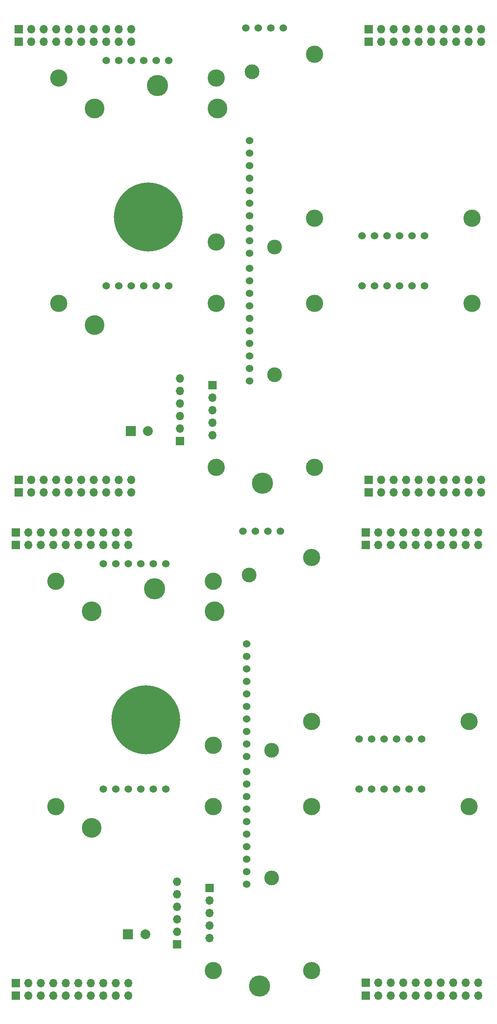
<source format=gbr>
%TF.GenerationSoftware,KiCad,Pcbnew,6.0.7-f9a2dced07~116~ubuntu20.04.1*%
%TF.CreationDate,2022-11-23T13:07:14+01:00*%
%TF.ProjectId,board,626f6172-642e-46b6-9963-61645f706362,rev?*%
%TF.SameCoordinates,Original*%
%TF.FileFunction,Soldermask,Top*%
%TF.FilePolarity,Negative*%
%FSLAX46Y46*%
G04 Gerber Fmt 4.6, Leading zero omitted, Abs format (unit mm)*
G04 Created by KiCad (PCBNEW 6.0.7-f9a2dced07~116~ubuntu20.04.1) date 2022-11-23 13:07:14*
%MOMM*%
%LPD*%
G01*
G04 APERTURE LIST*
%ADD10C,1.524000*%
%ADD11C,3.500000*%
%ADD12O,1.700000X1.700000*%
%ADD13R,1.700000X1.700000*%
%ADD14C,2.000000*%
%ADD15R,2.000000X2.000000*%
%ADD16C,3.000000*%
%ADD17C,14.000000*%
%ADD18C,4.000000*%
%ADD19C,4.300000*%
G04 APERTURE END LIST*
D10*
%TO.C,AFE3*%
X291390000Y-34876000D03*
X288850000Y-34876000D03*
X286310000Y-34876000D03*
X283770000Y-34876000D03*
X281230000Y-34876000D03*
X278690000Y-34876000D03*
D11*
X301042000Y-71706000D03*
X269038000Y-38432000D03*
X301042000Y-38432000D03*
%TD*%
D10*
%TO.C,AFE1*%
X330633000Y-70436000D03*
X333173000Y-70436000D03*
X335713000Y-70436000D03*
X338253000Y-70436000D03*
X340793000Y-70436000D03*
X343333000Y-70436000D03*
D11*
X320981000Y-33606000D03*
X320981000Y-66880000D03*
X352985000Y-66880000D03*
%TD*%
D12*
%TO.C,J24*%
X283770000Y-122506000D03*
X281230000Y-122506000D03*
X278690000Y-122506000D03*
X276150000Y-122506000D03*
X273610000Y-122506000D03*
X271070000Y-122506000D03*
X268530000Y-122506000D03*
X265990000Y-122506000D03*
X263450000Y-122506000D03*
D13*
X260910000Y-122506000D03*
%TD*%
D14*
%TO.C,C15*%
X287176323Y-110060000D03*
D15*
X283676323Y-110060000D03*
%TD*%
D13*
%TO.C,J22*%
X260350000Y-130556000D03*
D12*
X262890000Y-130556000D03*
X265430000Y-130556000D03*
X267970000Y-130556000D03*
X270510000Y-130556000D03*
X273050000Y-130556000D03*
X275590000Y-130556000D03*
X278130000Y-130556000D03*
X280670000Y-130556000D03*
X283210000Y-130556000D03*
%TD*%
D10*
%TO.C,AFE2*%
X343333000Y-80596000D03*
X340793000Y-80596000D03*
X338253000Y-80596000D03*
X335713000Y-80596000D03*
X333173000Y-80596000D03*
X330633000Y-80596000D03*
D11*
X320981000Y-84152000D03*
X320981000Y-117426000D03*
X352985000Y-84152000D03*
%TD*%
D16*
%TO.C,U11*%
X312301000Y-200660000D03*
D10*
X307221000Y-201930000D03*
X307221000Y-199390000D03*
X307221000Y-196850000D03*
X307221000Y-194310000D03*
X307221000Y-191770000D03*
X307221000Y-189230000D03*
X307221000Y-186690000D03*
X307221000Y-184150000D03*
X307221000Y-181610000D03*
X307221000Y-179070000D03*
%TD*%
D12*
%TO.C,J23*%
X354890000Y-122506000D03*
X352350000Y-122506000D03*
X349810000Y-122506000D03*
X347270000Y-122506000D03*
X344730000Y-122506000D03*
X342190000Y-122506000D03*
X339650000Y-122506000D03*
X337110000Y-122506000D03*
X334570000Y-122506000D03*
D13*
X332030000Y-122506000D03*
%TD*%
D12*
%TO.C,J21*%
X354890000Y-28526000D03*
X352350000Y-28526000D03*
X349810000Y-28526000D03*
X347270000Y-28526000D03*
X344730000Y-28526000D03*
X342190000Y-28526000D03*
X339650000Y-28526000D03*
X337110000Y-28526000D03*
X334570000Y-28526000D03*
D13*
X332030000Y-28526000D03*
%TD*%
%TO.C,J23*%
X331470000Y-224536000D03*
D12*
X334010000Y-224536000D03*
X336550000Y-224536000D03*
X339090000Y-224536000D03*
X341630000Y-224536000D03*
X344170000Y-224536000D03*
X346710000Y-224536000D03*
X349250000Y-224536000D03*
X351790000Y-224536000D03*
X354330000Y-224536000D03*
%TD*%
%TO.C,J3*%
X354890000Y-31066000D03*
X352350000Y-31066000D03*
X349810000Y-31066000D03*
X347270000Y-31066000D03*
X344730000Y-31066000D03*
X342190000Y-31066000D03*
X339650000Y-31066000D03*
X337110000Y-31066000D03*
X334570000Y-31066000D03*
D13*
X332030000Y-31066000D03*
%TD*%
D11*
%TO.C,AFE3*%
X300482000Y-140462000D03*
X268478000Y-140462000D03*
X300482000Y-173736000D03*
D10*
X278130000Y-136906000D03*
X280670000Y-136906000D03*
X283210000Y-136906000D03*
X285750000Y-136906000D03*
X288290000Y-136906000D03*
X290830000Y-136906000D03*
%TD*%
%TO.C,U11*%
X307781000Y-77040000D03*
X307781000Y-79580000D03*
X307781000Y-82120000D03*
X307781000Y-84660000D03*
X307781000Y-87200000D03*
X307781000Y-89740000D03*
X307781000Y-92280000D03*
X307781000Y-94820000D03*
X307781000Y-97360000D03*
X307781000Y-99900000D03*
D16*
X312861000Y-98630000D03*
%TD*%
D10*
%TO.C,U10*%
X314631000Y-28272000D03*
X312091000Y-28272000D03*
X309551000Y-28272000D03*
X307011000Y-28272000D03*
D16*
X308281000Y-37162000D03*
%TD*%
D17*
%TO.C,U12*%
X287274000Y-66548000D03*
D18*
X276274000Y-88548000D03*
X301274000Y-44548000D03*
X276274000Y-44548000D03*
%TD*%
D13*
%TO.C,J24*%
X260350000Y-224536000D03*
D12*
X262890000Y-224536000D03*
X265430000Y-224536000D03*
X267970000Y-224536000D03*
X270510000Y-224536000D03*
X273050000Y-224536000D03*
X275590000Y-224536000D03*
X278130000Y-224536000D03*
X280670000Y-224536000D03*
X283210000Y-224536000D03*
%TD*%
%TO.C,J15*%
X283770000Y-119966000D03*
X281230000Y-119966000D03*
X278690000Y-119966000D03*
X276150000Y-119966000D03*
X273610000Y-119966000D03*
X271070000Y-119966000D03*
X268530000Y-119966000D03*
X265990000Y-119966000D03*
X263450000Y-119966000D03*
D13*
X260910000Y-119966000D03*
%TD*%
D12*
%TO.C,J5*%
X283770000Y-31066000D03*
X281230000Y-31066000D03*
X278690000Y-31066000D03*
X276150000Y-31066000D03*
X273610000Y-31066000D03*
X271070000Y-31066000D03*
X268530000Y-31066000D03*
X265990000Y-31066000D03*
X263450000Y-31066000D03*
D13*
X260910000Y-31066000D03*
%TD*%
D19*
%TO.C,H2*%
X310440000Y-120601000D03*
%TD*%
D12*
%TO.C,J14*%
X354890000Y-119941000D03*
X352350000Y-119941000D03*
X349810000Y-119941000D03*
X347270000Y-119941000D03*
X344730000Y-119941000D03*
X342190000Y-119941000D03*
X339650000Y-119941000D03*
X337110000Y-119941000D03*
X334570000Y-119941000D03*
D13*
X332030000Y-119941000D03*
%TD*%
D12*
%TO.C,J13*%
X300280000Y-110827000D03*
X300280000Y-108287000D03*
X300280000Y-105747000D03*
X300280000Y-103207000D03*
D13*
X300280000Y-100667000D03*
%TD*%
D12*
%TO.C,J20*%
X293676000Y-99392000D03*
X293676000Y-101932000D03*
X293676000Y-104472000D03*
X293676000Y-107012000D03*
X293676000Y-109552000D03*
D13*
X293676000Y-112092000D03*
%TD*%
D19*
%TO.C,H2*%
X309880000Y-222631000D03*
%TD*%
D10*
%TO.C,AFE4*%
X291390000Y-80596000D03*
X288850000Y-80596000D03*
X286310000Y-80596000D03*
X283770000Y-80596000D03*
X281230000Y-80596000D03*
X278690000Y-80596000D03*
D11*
X301042000Y-117426000D03*
X301042000Y-84152000D03*
X269038000Y-84152000D03*
%TD*%
D10*
%TO.C,U8*%
X307781000Y-51132000D03*
X307781000Y-53672000D03*
X307781000Y-56212000D03*
X307781000Y-58752000D03*
X307781000Y-61292000D03*
X307781000Y-63832000D03*
X307781000Y-66372000D03*
X307781000Y-68912000D03*
X307781000Y-71452000D03*
X307781000Y-73992000D03*
D16*
X312861000Y-72722000D03*
%TD*%
D12*
%TO.C,J22*%
X283770000Y-28526000D03*
X281230000Y-28526000D03*
X278690000Y-28526000D03*
X276150000Y-28526000D03*
X273610000Y-28526000D03*
X271070000Y-28526000D03*
X268530000Y-28526000D03*
X265990000Y-28526000D03*
X263450000Y-28526000D03*
D13*
X260910000Y-28526000D03*
%TD*%
%TO.C,J20*%
X293116000Y-214122000D03*
D12*
X293116000Y-211582000D03*
X293116000Y-209042000D03*
X293116000Y-206502000D03*
X293116000Y-203962000D03*
X293116000Y-201422000D03*
%TD*%
D19*
%TO.C,H1*%
X288544000Y-141986000D03*
%TD*%
D11*
%TO.C,AFE2*%
X320421000Y-186182000D03*
X352425000Y-186182000D03*
X320421000Y-219456000D03*
D10*
X330073000Y-182626000D03*
X332613000Y-182626000D03*
X335153000Y-182626000D03*
X337693000Y-182626000D03*
X340233000Y-182626000D03*
X342773000Y-182626000D03*
%TD*%
D13*
%TO.C,J13*%
X299720000Y-202697000D03*
D12*
X299720000Y-205237000D03*
X299720000Y-207777000D03*
X299720000Y-210317000D03*
X299720000Y-212857000D03*
%TD*%
D11*
%TO.C,AFE4*%
X300482000Y-219456000D03*
X268478000Y-186182000D03*
X300482000Y-186182000D03*
D10*
X278130000Y-182626000D03*
X280670000Y-182626000D03*
X283210000Y-182626000D03*
X285750000Y-182626000D03*
X288290000Y-182626000D03*
X290830000Y-182626000D03*
%TD*%
D19*
%TO.C,H1*%
X289104000Y-39956000D03*
%TD*%
D15*
%TO.C,C15*%
X283116323Y-212090000D03*
D14*
X286616323Y-212090000D03*
%TD*%
D13*
%TO.C,J14*%
X331470000Y-221971000D03*
D12*
X334010000Y-221971000D03*
X336550000Y-221971000D03*
X339090000Y-221971000D03*
X341630000Y-221971000D03*
X344170000Y-221971000D03*
X346710000Y-221971000D03*
X349250000Y-221971000D03*
X351790000Y-221971000D03*
X354330000Y-221971000D03*
%TD*%
D18*
%TO.C,U12*%
X300714000Y-146578000D03*
X275714000Y-190578000D03*
D17*
X286714000Y-168578000D03*
D18*
X275714000Y-146578000D03*
%TD*%
D13*
%TO.C,J5*%
X260350000Y-133096000D03*
D12*
X262890000Y-133096000D03*
X265430000Y-133096000D03*
X267970000Y-133096000D03*
X270510000Y-133096000D03*
X273050000Y-133096000D03*
X275590000Y-133096000D03*
X278130000Y-133096000D03*
X280670000Y-133096000D03*
X283210000Y-133096000D03*
%TD*%
D16*
%TO.C,U10*%
X307721000Y-139192000D03*
D10*
X306451000Y-130302000D03*
X308991000Y-130302000D03*
X311531000Y-130302000D03*
X314071000Y-130302000D03*
%TD*%
D13*
%TO.C,J21*%
X331470000Y-130556000D03*
D12*
X334010000Y-130556000D03*
X336550000Y-130556000D03*
X339090000Y-130556000D03*
X341630000Y-130556000D03*
X344170000Y-130556000D03*
X346710000Y-130556000D03*
X349250000Y-130556000D03*
X351790000Y-130556000D03*
X354330000Y-130556000D03*
%TD*%
D11*
%TO.C,AFE1*%
X320421000Y-135636000D03*
X320421000Y-168910000D03*
X352425000Y-168910000D03*
D10*
X342773000Y-172466000D03*
X340233000Y-172466000D03*
X337693000Y-172466000D03*
X335153000Y-172466000D03*
X332613000Y-172466000D03*
X330073000Y-172466000D03*
%TD*%
D16*
%TO.C,U8*%
X312301000Y-174752000D03*
D10*
X307221000Y-176022000D03*
X307221000Y-173482000D03*
X307221000Y-170942000D03*
X307221000Y-168402000D03*
X307221000Y-165862000D03*
X307221000Y-163322000D03*
X307221000Y-160782000D03*
X307221000Y-158242000D03*
X307221000Y-155702000D03*
X307221000Y-153162000D03*
%TD*%
D13*
%TO.C,J15*%
X260350000Y-221996000D03*
D12*
X262890000Y-221996000D03*
X265430000Y-221996000D03*
X267970000Y-221996000D03*
X270510000Y-221996000D03*
X273050000Y-221996000D03*
X275590000Y-221996000D03*
X278130000Y-221996000D03*
X280670000Y-221996000D03*
X283210000Y-221996000D03*
%TD*%
D13*
%TO.C,J3*%
X331470000Y-133096000D03*
D12*
X334010000Y-133096000D03*
X336550000Y-133096000D03*
X339090000Y-133096000D03*
X341630000Y-133096000D03*
X344170000Y-133096000D03*
X346710000Y-133096000D03*
X349250000Y-133096000D03*
X351790000Y-133096000D03*
X354330000Y-133096000D03*
%TD*%
M02*

</source>
